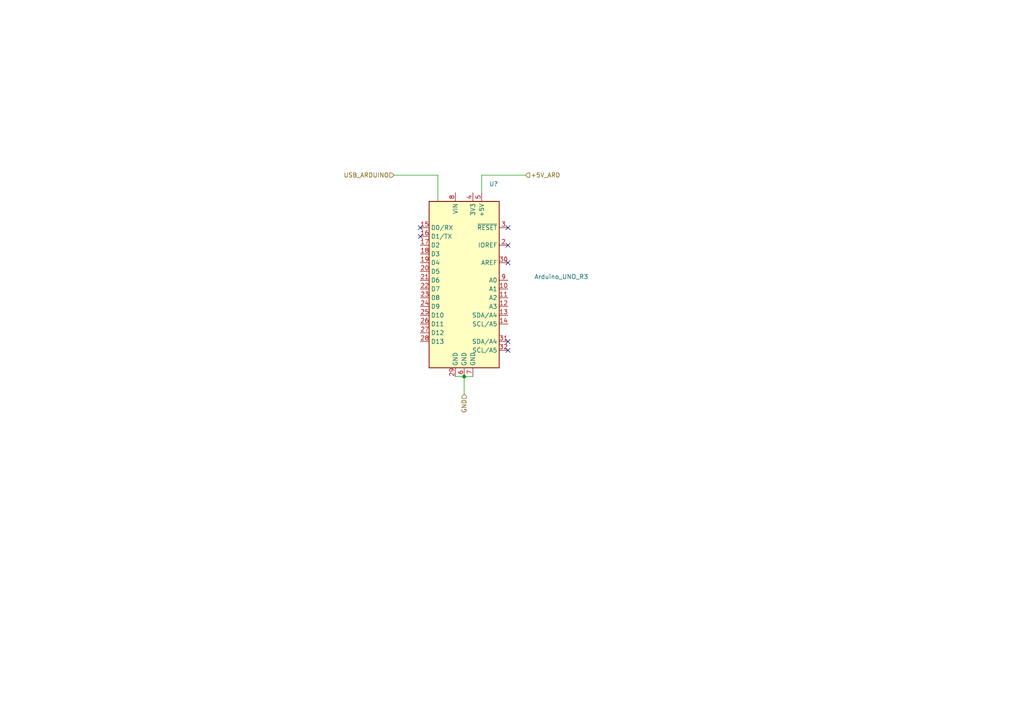
<source format=kicad_sch>
(kicad_sch
	(version 20250114)
	(generator "eeschema")
	(generator_version "9.0")
	(uuid "fcdc697d-96f3-41cd-b3c8-434f981e4513")
	(paper "A4")
	(lib_symbols
		(symbol "MCU_Module:Arduino_UNO_R3"
			(exclude_from_sim no)
			(in_bom yes)
			(on_board yes)
			(property "Reference" "A"
				(at -10.16 23.495 0)
				(effects
					(font
						(size 1.27 1.27)
					)
					(justify left bottom)
				)
			)
			(property "Value" "Arduino_UNO_R3"
				(at 5.08 -26.67 0)
				(effects
					(font
						(size 1.27 1.27)
					)
					(justify left top)
				)
			)
			(property "Footprint" "Module:Arduino_UNO_R3"
				(at 0 0 0)
				(effects
					(font
						(size 1.27 1.27)
						(italic yes)
					)
					(hide yes)
				)
			)
			(property "Datasheet" "https://www.arduino.cc/en/Main/arduinoBoardUno"
				(at 0 0 0)
				(effects
					(font
						(size 1.27 1.27)
					)
					(hide yes)
				)
			)
			(property "Description" "Arduino UNO Microcontroller Module, release 3"
				(at 0 0 0)
				(effects
					(font
						(size 1.27 1.27)
					)
					(hide yes)
				)
			)
			(property "ki_keywords" "Arduino UNO R3 Microcontroller Module Atmel AVR USB"
				(at 0 0 0)
				(effects
					(font
						(size 1.27 1.27)
					)
					(hide yes)
				)
			)
			(property "ki_fp_filters" "Arduino*UNO*R3*"
				(at 0 0 0)
				(effects
					(font
						(size 1.27 1.27)
					)
					(hide yes)
				)
			)
			(symbol "Arduino_UNO_R3_0_1"
				(rectangle
					(start -10.16 22.86)
					(end 10.16 -25.4)
					(stroke
						(width 0.254)
						(type default)
					)
					(fill
						(type background)
					)
				)
			)
			(symbol "Arduino_UNO_R3_1_1"
				(pin bidirectional line
					(at -12.7 15.24 0)
					(length 2.54)
					(name "D0/RX"
						(effects
							(font
								(size 1.27 1.27)
							)
						)
					)
					(number "15"
						(effects
							(font
								(size 1.27 1.27)
							)
						)
					)
				)
				(pin bidirectional line
					(at -12.7 12.7 0)
					(length 2.54)
					(name "D1/TX"
						(effects
							(font
								(size 1.27 1.27)
							)
						)
					)
					(number "16"
						(effects
							(font
								(size 1.27 1.27)
							)
						)
					)
				)
				(pin bidirectional line
					(at -12.7 10.16 0)
					(length 2.54)
					(name "D2"
						(effects
							(font
								(size 1.27 1.27)
							)
						)
					)
					(number "17"
						(effects
							(font
								(size 1.27 1.27)
							)
						)
					)
				)
				(pin bidirectional line
					(at -12.7 7.62 0)
					(length 2.54)
					(name "D3"
						(effects
							(font
								(size 1.27 1.27)
							)
						)
					)
					(number "18"
						(effects
							(font
								(size 1.27 1.27)
							)
						)
					)
				)
				(pin bidirectional line
					(at -12.7 5.08 0)
					(length 2.54)
					(name "D4"
						(effects
							(font
								(size 1.27 1.27)
							)
						)
					)
					(number "19"
						(effects
							(font
								(size 1.27 1.27)
							)
						)
					)
				)
				(pin bidirectional line
					(at -12.7 2.54 0)
					(length 2.54)
					(name "D5"
						(effects
							(font
								(size 1.27 1.27)
							)
						)
					)
					(number "20"
						(effects
							(font
								(size 1.27 1.27)
							)
						)
					)
				)
				(pin bidirectional line
					(at -12.7 0 0)
					(length 2.54)
					(name "D6"
						(effects
							(font
								(size 1.27 1.27)
							)
						)
					)
					(number "21"
						(effects
							(font
								(size 1.27 1.27)
							)
						)
					)
				)
				(pin bidirectional line
					(at -12.7 -2.54 0)
					(length 2.54)
					(name "D7"
						(effects
							(font
								(size 1.27 1.27)
							)
						)
					)
					(number "22"
						(effects
							(font
								(size 1.27 1.27)
							)
						)
					)
				)
				(pin bidirectional line
					(at -12.7 -5.08 0)
					(length 2.54)
					(name "D8"
						(effects
							(font
								(size 1.27 1.27)
							)
						)
					)
					(number "23"
						(effects
							(font
								(size 1.27 1.27)
							)
						)
					)
				)
				(pin bidirectional line
					(at -12.7 -7.62 0)
					(length 2.54)
					(name "D9"
						(effects
							(font
								(size 1.27 1.27)
							)
						)
					)
					(number "24"
						(effects
							(font
								(size 1.27 1.27)
							)
						)
					)
				)
				(pin bidirectional line
					(at -12.7 -10.16 0)
					(length 2.54)
					(name "D10"
						(effects
							(font
								(size 1.27 1.27)
							)
						)
					)
					(number "25"
						(effects
							(font
								(size 1.27 1.27)
							)
						)
					)
				)
				(pin bidirectional line
					(at -12.7 -12.7 0)
					(length 2.54)
					(name "D11"
						(effects
							(font
								(size 1.27 1.27)
							)
						)
					)
					(number "26"
						(effects
							(font
								(size 1.27 1.27)
							)
						)
					)
				)
				(pin bidirectional line
					(at -12.7 -15.24 0)
					(length 2.54)
					(name "D12"
						(effects
							(font
								(size 1.27 1.27)
							)
						)
					)
					(number "27"
						(effects
							(font
								(size 1.27 1.27)
							)
						)
					)
				)
				(pin bidirectional line
					(at -12.7 -17.78 0)
					(length 2.54)
					(name "D13"
						(effects
							(font
								(size 1.27 1.27)
							)
						)
					)
					(number "28"
						(effects
							(font
								(size 1.27 1.27)
							)
						)
					)
				)
				(pin no_connect line
					(at -10.16 -20.32 0)
					(length 2.54)
					(hide yes)
					(name "NC"
						(effects
							(font
								(size 1.27 1.27)
							)
						)
					)
					(number "1"
						(effects
							(font
								(size 1.27 1.27)
							)
						)
					)
				)
				(pin power_in line
					(at -2.54 25.4 270)
					(length 2.54)
					(name "VIN"
						(effects
							(font
								(size 1.27 1.27)
							)
						)
					)
					(number "8"
						(effects
							(font
								(size 1.27 1.27)
							)
						)
					)
				)
				(pin power_in line
					(at -2.54 -27.94 90)
					(length 2.54)
					(name "GND"
						(effects
							(font
								(size 1.27 1.27)
							)
						)
					)
					(number "29"
						(effects
							(font
								(size 1.27 1.27)
							)
						)
					)
				)
				(pin power_in line
					(at 0 -27.94 90)
					(length 2.54)
					(name "GND"
						(effects
							(font
								(size 1.27 1.27)
							)
						)
					)
					(number "6"
						(effects
							(font
								(size 1.27 1.27)
							)
						)
					)
				)
				(pin power_out line
					(at 2.54 25.4 270)
					(length 2.54)
					(name "3V3"
						(effects
							(font
								(size 1.27 1.27)
							)
						)
					)
					(number "4"
						(effects
							(font
								(size 1.27 1.27)
							)
						)
					)
				)
				(pin power_in line
					(at 2.54 -27.94 90)
					(length 2.54)
					(name "GND"
						(effects
							(font
								(size 1.27 1.27)
							)
						)
					)
					(number "7"
						(effects
							(font
								(size 1.27 1.27)
							)
						)
					)
				)
				(pin power_out line
					(at 5.08 25.4 270)
					(length 2.54)
					(name "+5V"
						(effects
							(font
								(size 1.27 1.27)
							)
						)
					)
					(number "5"
						(effects
							(font
								(size 1.27 1.27)
							)
						)
					)
				)
				(pin input line
					(at 12.7 15.24 180)
					(length 2.54)
					(name "~{RESET}"
						(effects
							(font
								(size 1.27 1.27)
							)
						)
					)
					(number "3"
						(effects
							(font
								(size 1.27 1.27)
							)
						)
					)
				)
				(pin output line
					(at 12.7 10.16 180)
					(length 2.54)
					(name "IOREF"
						(effects
							(font
								(size 1.27 1.27)
							)
						)
					)
					(number "2"
						(effects
							(font
								(size 1.27 1.27)
							)
						)
					)
				)
				(pin input line
					(at 12.7 5.08 180)
					(length 2.54)
					(name "AREF"
						(effects
							(font
								(size 1.27 1.27)
							)
						)
					)
					(number "30"
						(effects
							(font
								(size 1.27 1.27)
							)
						)
					)
				)
				(pin bidirectional line
					(at 12.7 0 180)
					(length 2.54)
					(name "A0"
						(effects
							(font
								(size 1.27 1.27)
							)
						)
					)
					(number "9"
						(effects
							(font
								(size 1.27 1.27)
							)
						)
					)
				)
				(pin bidirectional line
					(at 12.7 -2.54 180)
					(length 2.54)
					(name "A1"
						(effects
							(font
								(size 1.27 1.27)
							)
						)
					)
					(number "10"
						(effects
							(font
								(size 1.27 1.27)
							)
						)
					)
				)
				(pin bidirectional line
					(at 12.7 -5.08 180)
					(length 2.54)
					(name "A2"
						(effects
							(font
								(size 1.27 1.27)
							)
						)
					)
					(number "11"
						(effects
							(font
								(size 1.27 1.27)
							)
						)
					)
				)
				(pin bidirectional line
					(at 12.7 -7.62 180)
					(length 2.54)
					(name "A3"
						(effects
							(font
								(size 1.27 1.27)
							)
						)
					)
					(number "12"
						(effects
							(font
								(size 1.27 1.27)
							)
						)
					)
				)
				(pin bidirectional line
					(at 12.7 -10.16 180)
					(length 2.54)
					(name "SDA/A4"
						(effects
							(font
								(size 1.27 1.27)
							)
						)
					)
					(number "13"
						(effects
							(font
								(size 1.27 1.27)
							)
						)
					)
				)
				(pin bidirectional line
					(at 12.7 -12.7 180)
					(length 2.54)
					(name "SCL/A5"
						(effects
							(font
								(size 1.27 1.27)
							)
						)
					)
					(number "14"
						(effects
							(font
								(size 1.27 1.27)
							)
						)
					)
				)
				(pin bidirectional line
					(at 12.7 -17.78 180)
					(length 2.54)
					(name "SDA/A4"
						(effects
							(font
								(size 1.27 1.27)
							)
						)
					)
					(number "31"
						(effects
							(font
								(size 1.27 1.27)
							)
						)
					)
				)
				(pin bidirectional line
					(at 12.7 -20.32 180)
					(length 2.54)
					(name "SCL/A5"
						(effects
							(font
								(size 1.27 1.27)
							)
						)
					)
					(number "32"
						(effects
							(font
								(size 1.27 1.27)
							)
						)
					)
				)
			)
			(embedded_fonts no)
		)
	)
	(junction
		(at 134.62 109.22)
		(diameter 0)
		(color 0 0 0 0)
		(uuid "93689afe-4427-445b-a250-045c3adefea6")
	)
	(no_connect
		(at 147.32 99.06)
		(uuid "15a2538d-0fca-466e-bfed-d38961adf135")
	)
	(no_connect
		(at 121.92 66.04)
		(uuid "21b8d147-13c0-49ae-b634-ee1f97105b71")
	)
	(no_connect
		(at 147.32 66.04)
		(uuid "c0318c47-4410-48ce-841a-85de244c2d4f")
	)
	(no_connect
		(at 147.32 71.12)
		(uuid "c0fd12c5-1149-453e-9009-10fff02ec291")
	)
	(no_connect
		(at 147.32 76.2)
		(uuid "cb8598a0-43f7-4d57-ade8-49b853cd8549")
	)
	(no_connect
		(at 121.92 68.58)
		(uuid "f2ede5e2-082e-4637-b40e-f0ede002cb4d")
	)
	(no_connect
		(at 147.32 101.6)
		(uuid "f77b3051-a509-4ae5-9ff6-c9888db33cab")
	)
	(wire
		(pts
			(xy 139.7 50.8) (xy 139.7 55.88)
		)
		(stroke
			(width 0)
			(type default)
		)
		(uuid "3850fb45-a4d9-48e5-8117-c3c1f7bf4951")
	)
	(wire
		(pts
			(xy 134.62 109.22) (xy 134.62 114.3)
		)
		(stroke
			(width 0)
			(type default)
		)
		(uuid "5c4f7966-588c-4e33-9548-0fe51c2a67cd")
	)
	(wire
		(pts
			(xy 139.7 50.8) (xy 152.4 50.8)
		)
		(stroke
			(width 0)
			(type default)
		)
		(uuid "5d219029-ec5c-4f4e-b8e0-9ed31384be53")
	)
	(wire
		(pts
			(xy 132.08 109.22) (xy 134.62 109.22)
		)
		(stroke
			(width 0)
			(type default)
		)
		(uuid "5e6967dd-7378-4c04-9b5a-390364e1571a")
	)
	(wire
		(pts
			(xy 134.62 109.22) (xy 137.16 109.22)
		)
		(stroke
			(width 0)
			(type default)
		)
		(uuid "938c8c24-0256-4443-978b-bb283b31dbf8")
	)
	(wire
		(pts
			(xy 114.3 50.8) (xy 127 50.8)
		)
		(stroke
			(width 0)
			(type default)
		)
		(uuid "b0f49a89-5745-46e6-ac17-f8d5c127f635")
	)
	(wire
		(pts
			(xy 127 50.8) (xy 127 58.42)
		)
		(stroke
			(width 0)
			(type default)
		)
		(uuid "f46b5e8a-9b70-456b-a41a-fcb2b2881aaa")
	)
	(hierarchical_label "USB_ARDUINO"
		(shape input)
		(at 114.3 50.8 180)
		(effects
			(font
				(size 1.27 1.27)
			)
			(justify right)
		)
		(uuid "36609929-5b2f-4675-bf66-01f153f705c8")
	)
	(hierarchical_label "GND"
		(shape input)
		(at 134.62 114.3 270)
		(effects
			(font
				(size 1.27 1.27)
			)
			(justify right)
		)
		(uuid "ce8fe6a1-7f68-400e-b542-e8926e4a8f1e")
	)
	(hierarchical_label "+5V_ARD"
		(shape input)
		(at 152.4 50.8 0)
		(effects
			(font
				(size 1.27 1.27)
			)
			(justify left)
		)
		(uuid "d37953d1-2462-4549-962a-d72bdccc394e")
	)
	(symbol
		(lib_id "MCU_Module:Arduino_UNO_R3")
		(at 134.62 81.28 0)
		(unit 1)
		(exclude_from_sim no)
		(in_bom yes)
		(on_board yes)
		(dnp no)
		(uuid "2d9dce54-e680-484f-a6c3-50bd1ebf0cdf")
		(property "Reference" ""
			(at 141.8433 53.34 0)
			(effects
				(font
					(size 1.27 1.27)
				)
				(justify left)
			)
		)
		(property "Value" "Arduino_UNO_R3"
			(at 154.94 80.264 0)
			(effects
				(font
					(size 1.27 1.27)
				)
				(justify left)
			)
		)
		(property "Footprint" "Module:Arduino_UNO_R3"
			(at 134.62 81.28 0)
			(effects
				(font
					(size 1.27 1.27)
					(italic yes)
				)
				(hide yes)
			)
		)
		(property "Datasheet" "https://www.arduino.cc/en/Main/arduinoBoardUno"
			(at 134.62 81.28 0)
			(effects
				(font
					(size 1.27 1.27)
				)
				(hide yes)
			)
		)
		(property "Description" "Arduino UNO Microcontroller Module, release 3"
			(at 134.62 81.28 0)
			(effects
				(font
					(size 1.27 1.27)
				)
				(hide yes)
			)
		)
		(pin "2"
			(uuid "4e15f3be-f5f5-4cde-9a16-65ba886ef2b0")
		)
		(pin "3"
			(uuid "373ce37d-6484-4aa6-b422-00907de09a08")
		)
		(pin "12"
			(uuid "111d1242-bbd2-4f5e-80b6-599bf001cd1f")
		)
		(pin "14"
			(uuid "664e935d-19ff-4906-b763-1f3dc8bce6a3")
		)
		(pin "4"
			(uuid "86bfac30-465c-4b72-97a4-5284a50b75a0")
		)
		(pin "6"
			(uuid "e4b51426-c6d6-45c7-862c-0efec80f03b8")
		)
		(pin "7"
			(uuid "b1494b43-8fa2-47ee-a35e-96f6509c9e79")
		)
		(pin "5"
			(uuid "c38386b3-bebe-4537-88ae-b4a30877a771")
		)
		(pin "30"
			(uuid "86748a5a-a713-4a14-8645-e23342c5773f")
		)
		(pin "9"
			(uuid "04bbb672-351b-40a8-be70-104dcc1041f7")
		)
		(pin "10"
			(uuid "a0f43417-82f8-4e9a-abad-151294499d29")
		)
		(pin "11"
			(uuid "c6365fcc-3ef6-41c8-820a-b774d31fbc7b")
		)
		(pin "13"
			(uuid "0d2b55d7-e623-4668-8686-fd67ea1eb6ad")
		)
		(pin "32"
			(uuid "97f290f2-5465-4bce-9903-e81300b21efc")
		)
		(pin "31"
			(uuid "ea6d9127-222e-4bdf-aee8-6e377b7edeba")
		)
		(pin "21"
			(uuid "2e5bb5fb-312e-4e77-90c0-c17f90a3f168")
		)
		(pin "24"
			(uuid "5e909865-2d8d-4ccb-b25f-f941e6ca8de9")
		)
		(pin "25"
			(uuid "06f7b25f-9a7e-4228-a42a-4a3a0e09c1b5")
		)
		(pin "26"
			(uuid "57ccc793-8f61-4b16-8cfd-4319780c3f2d")
		)
		(pin "17"
			(uuid "a3b996ba-74c6-45b0-9c68-928576de60a0")
		)
		(pin "27"
			(uuid "363385c0-0f63-499c-b8d7-927540f3f341")
		)
		(pin "19"
			(uuid "97dff46b-9e16-4d95-aaad-049e9e12c91a")
		)
		(pin "20"
			(uuid "6ea623f1-660f-4619-99ab-54079e93859e")
		)
		(pin "23"
			(uuid "22725163-4d3c-4d9c-8ab2-4c4fb7dc8b7a")
		)
		(pin "16"
			(uuid "240cd673-acbe-4a16-b03f-14824d0aa825")
		)
		(pin "28"
			(uuid "f6124afa-2ef3-48a7-8151-2a67a513a1b2")
		)
		(pin "1"
			(uuid "d0086b7e-f20c-4e75-aec0-51ad954067d7")
		)
		(pin "8"
			(uuid "2a9eec18-8b38-4868-8343-5ca8b0539934")
		)
		(pin "29"
			(uuid "d638977d-eef0-44eb-814f-a66220ef4d64")
		)
		(pin "22"
			(uuid "f3dbe29b-22a5-4cba-a019-6c6ed1af93fa")
		)
		(pin "15"
			(uuid "c00c5524-c66e-45bf-a66c-7b0b4de94c4a")
		)
		(pin "18"
			(uuid "4146cc83-d14d-4d75-a99c-745f9a133e5f")
		)
		(instances
			(project ""
				(path "/8b628cf2-f5c8-4ee4-ba10-6a5a6149387b/317cad84-8972-484e-988f-87fb844d3ac4"
					(reference "")
					(unit 1)
				)
			)
		)
	)
)

</source>
